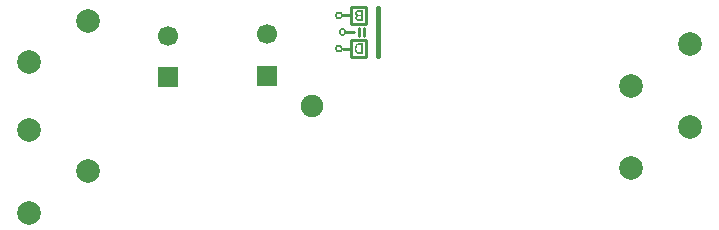
<source format=gbs>
G04*
G04 #@! TF.GenerationSoftware,Altium Limited,Altium Designer,18.1.9 (240)*
G04*
G04 Layer_Color=16711935*
%FSLAX44Y44*%
%MOMM*%
G71*
G01*
G75*
%ADD13C,0.2000*%
%ADD15C,0.2500*%
%ADD34R,1.7000X1.7000*%
%ADD35C,1.7000*%
%ADD36C,2.0000*%
%ADD37C,1.9000*%
G36*
X352500Y199756D02*
X349240D01*
X349147Y199767D01*
X349022Y199777D01*
X348886Y199798D01*
X348730Y199819D01*
X348563Y199850D01*
X348397Y199892D01*
X348209Y199944D01*
X348022Y199996D01*
X347835Y200069D01*
X347658Y200163D01*
X347470Y200256D01*
X347303Y200371D01*
X347137Y200506D01*
X347126Y200517D01*
X347106Y200537D01*
X347064Y200579D01*
X347012Y200642D01*
X346949Y200714D01*
X346887Y200808D01*
X346814Y200912D01*
X346731Y201027D01*
X346658Y201162D01*
X346585Y201308D01*
X346522Y201475D01*
X346460Y201641D01*
X346408Y201829D01*
X346366Y202027D01*
X346345Y202245D01*
X346335Y202464D01*
Y202474D01*
Y202516D01*
X346345Y202579D01*
Y202662D01*
X346366Y202766D01*
X346387Y202891D01*
X346418Y203016D01*
X346450Y203162D01*
X346502Y203318D01*
X346564Y203474D01*
X346637Y203641D01*
X346731Y203797D01*
X346835Y203964D01*
X346960Y204120D01*
X347106Y204266D01*
X347272Y204412D01*
X347262Y204422D01*
X347230Y204443D01*
X347178Y204474D01*
X347106Y204526D01*
X347022Y204589D01*
X346939Y204672D01*
X346835Y204766D01*
X346741Y204880D01*
X346637Y205016D01*
X346543Y205172D01*
X346460Y205338D01*
X346377Y205536D01*
X346304Y205744D01*
X346252Y205984D01*
X346220Y206234D01*
X346210Y206515D01*
Y206525D01*
Y206546D01*
Y206578D01*
X346220Y206630D01*
Y206692D01*
X346231Y206765D01*
X346262Y206942D01*
X346304Y207150D01*
X346366Y207379D01*
X346470Y207629D01*
X346595Y207879D01*
X346752Y208129D01*
X346845Y208254D01*
X346960Y208379D01*
X347074Y208494D01*
X347199Y208608D01*
X347345Y208713D01*
X347501Y208817D01*
X347668Y208910D01*
X347845Y208994D01*
X348043Y209067D01*
X348251Y209129D01*
X348480Y209171D01*
X348720Y209212D01*
X348980Y209233D01*
X349261Y209244D01*
X352500D01*
Y199756D01*
D02*
G37*
G36*
Y171767D02*
X349897D01*
X349813Y171777D01*
X349699Y171788D01*
X349563Y171798D01*
X349407Y171819D01*
X349230Y171850D01*
X349032Y171902D01*
X348824Y171954D01*
X348605Y172027D01*
X348376Y172111D01*
X348147Y172215D01*
X347918Y172329D01*
X347689Y172475D01*
X347460Y172631D01*
X347241Y172819D01*
X347230Y172829D01*
X347178Y172871D01*
X347116Y172944D01*
X347033Y173048D01*
X346928Y173173D01*
X346814Y173329D01*
X346689Y173506D01*
X346564Y173714D01*
X346439Y173943D01*
X346314Y174193D01*
X346199Y174475D01*
X346095Y174787D01*
X346012Y175110D01*
X345950Y175464D01*
X345897Y175839D01*
X345887Y176234D01*
Y176245D01*
Y176266D01*
Y176297D01*
Y176349D01*
Y176411D01*
X345897Y176484D01*
Y176568D01*
X345908Y176661D01*
X345929Y176870D01*
X345960Y177120D01*
X346002Y177390D01*
X346054Y177692D01*
X346127Y177994D01*
X346220Y178317D01*
X346335Y178650D01*
X346460Y178973D01*
X346616Y179286D01*
X346804Y179598D01*
X347012Y179879D01*
X347251Y180150D01*
X347262Y180161D01*
X347303Y180192D01*
X347366Y180254D01*
X347449Y180317D01*
X347553Y180400D01*
X347689Y180494D01*
X347835Y180598D01*
X348001Y180692D01*
X348189Y180796D01*
X348397Y180900D01*
X348616Y180994D01*
X348855Y181077D01*
X349105Y181139D01*
X349376Y181192D01*
X349657Y181233D01*
X349949Y181244D01*
X352500D01*
Y171767D01*
D02*
G37*
%LPC*%
G36*
X351115Y207827D02*
X349188D01*
X349105Y207817D01*
X349001Y207806D01*
X348876Y207786D01*
X348730Y207754D01*
X348584Y207713D01*
X348428Y207661D01*
X348272Y207588D01*
X348126Y207505D01*
X347980Y207400D01*
X347855Y207265D01*
X347751Y207119D01*
X347668Y206942D01*
X347616Y206734D01*
X347595Y206505D01*
Y206484D01*
Y206442D01*
X347605Y206380D01*
X347626Y206286D01*
X347647Y206182D01*
X347689Y206067D01*
X347741Y205932D01*
X347814Y205807D01*
X347907Y205672D01*
X348012Y205547D01*
X348157Y205432D01*
X348324Y205328D01*
X348522Y205234D01*
X348751Y205172D01*
X349022Y205120D01*
X349324Y205109D01*
X351115D01*
Y207827D01*
D02*
G37*
G36*
Y203693D02*
X349178D01*
X349095Y203682D01*
X349001Y203672D01*
X348886Y203651D01*
X348761Y203631D01*
X348626Y203589D01*
X348480Y203537D01*
X348334Y203474D01*
X348199Y203391D01*
X348074Y203287D01*
X347960Y203172D01*
X347855Y203026D01*
X347783Y202860D01*
X347741Y202672D01*
X347720Y202454D01*
Y202443D01*
Y202422D01*
Y202391D01*
X347730Y202349D01*
X347741Y202245D01*
X347772Y202100D01*
X347824Y201954D01*
X347907Y201798D01*
X348012Y201641D01*
X348157Y201506D01*
X348178Y201496D01*
X348241Y201454D01*
X348334Y201402D01*
X348470Y201339D01*
X348647Y201277D01*
X348855Y201225D01*
X349095Y201183D01*
X349376Y201173D01*
X351115D01*
Y203693D01*
D02*
G37*
G36*
Y179827D02*
X349844D01*
X349771Y179817D01*
X349678Y179806D01*
X349574Y179796D01*
X349459Y179775D01*
X349334Y179744D01*
X349063Y179671D01*
X348918Y179619D01*
X348761Y179557D01*
X348616Y179484D01*
X348470Y179390D01*
X348334Y179296D01*
X348199Y179182D01*
X348189Y179171D01*
X348157Y179130D01*
X348116Y179067D01*
X348053Y178984D01*
X347980Y178869D01*
X347907Y178734D01*
X347824Y178578D01*
X347730Y178401D01*
X347647Y178203D01*
X347564Y177974D01*
X347491Y177734D01*
X347418Y177474D01*
X347355Y177192D01*
X347314Y176891D01*
X347283Y176568D01*
X347272Y176234D01*
Y176214D01*
Y176172D01*
X347283Y176089D01*
Y175984D01*
X347303Y175860D01*
X347324Y175724D01*
X347345Y175557D01*
X347387Y175380D01*
X347428Y175203D01*
X347491Y175016D01*
X347564Y174818D01*
X347647Y174631D01*
X347751Y174433D01*
X347876Y174256D01*
X348012Y174079D01*
X348168Y173912D01*
X348178Y173902D01*
X348199Y173881D01*
X348241Y173850D01*
X348303Y173798D01*
X348376Y173745D01*
X348459Y173683D01*
X348563Y173620D01*
X348678Y173548D01*
X348803Y173485D01*
X348938Y173423D01*
X349084Y173360D01*
X349240Y173308D01*
X349407Y173256D01*
X349584Y173225D01*
X349771Y173204D01*
X349959Y173194D01*
X351115D01*
Y179827D01*
D02*
G37*
%LPD*%
D13*
X335000Y204500D02*
G03*
X335000Y204500I-2500J0D01*
G01*
X338000Y190500D02*
G03*
X338000Y190500I-2500J0D01*
G01*
X335000Y176500D02*
G03*
X335000Y176500I-2500J0D01*
G01*
D15*
X364500Y211500D02*
X366500D01*
Y169500D02*
Y211500D01*
X364500Y169500D02*
Y211500D01*
Y169500D02*
X366500D01*
X335500Y204500D02*
X342500D01*
X342500Y211500D02*
X355500D01*
Y197500D02*
Y211500D01*
X342500Y197500D02*
X355500D01*
X342500D02*
Y211500D01*
X338500Y190500D02*
X345500D01*
X342500Y169500D02*
Y183500D01*
Y169500D02*
X355500D01*
Y183500D01*
X342500D02*
X355500D01*
X335500Y176500D02*
X342500D01*
X353500Y187500D02*
Y193500D01*
X349500Y187500D02*
Y193500D01*
D34*
X271506Y153489D02*
D03*
X187500Y152500D02*
D03*
D35*
X271506Y188489D02*
D03*
X187500Y187500D02*
D03*
D36*
X630000Y180000D02*
D03*
X580000Y145000D02*
D03*
X630000Y110000D02*
D03*
X580000Y75000D02*
D03*
X70000Y107500D02*
D03*
X120000Y72500D02*
D03*
X70000Y37500D02*
D03*
X120000Y200000D02*
D03*
X70000Y165000D02*
D03*
D37*
X310000Y127500D02*
D03*
M02*

</source>
